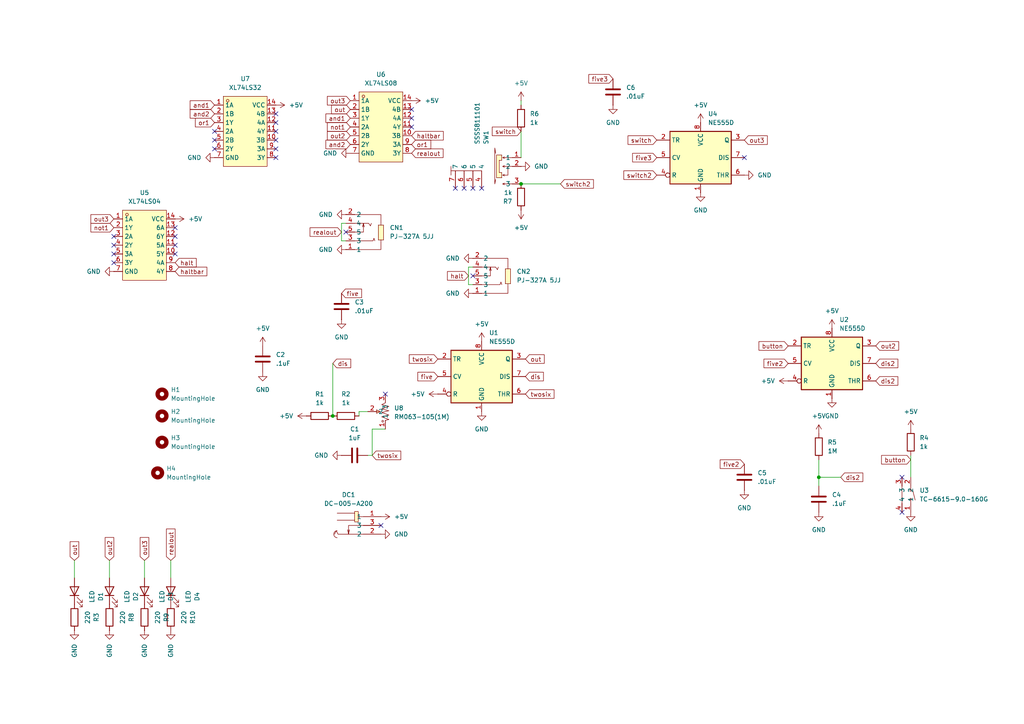
<source format=kicad_sch>
(kicad_sch (version 20250114) (generator "eeschema") (generator_version "9.0")
  (paper "A4")
  (lib_symbols
    (symbol "Device:C" (pin_numbers (hide yes)) (pin_names (offset 0.254))
      (property "Reference" "C" (at 0.635 2.54 0))
      (property "Value" "C" (at 0.635 -2.54 0))
      (symbol "C_0_1"
        (polyline (pts (xy -2.032 0.762) (xy 2.032 0.762)) (stroke (width 0.508)))
        (polyline (pts (xy -2.032 -0.762) (xy 2.032 -0.762)) (stroke (width 0.508)))
      )
      (symbol "C_1_1"
        (pin passive line (at 0 3.81 270) (length 2.794) (name "~") (number "1"))
        (pin passive line (at 0 -3.81 90) (length 2.794) (name "~") (number "2"))
      )
    )
    (symbol "Device:LED" (pin_numbers (hide yes)) (pin_names (offset 1.016) (hide yes))
      (property "Reference" "D" (at 0 2.54 0))
      (property "Value" "LED" (at 0 -2.54 0))
      (symbol "LED_0_1"
        (polyline (pts (xy -3.048 -0.762) (xy -4.572 -2.286) (xy -3.81 -2.286) (xy -4.572 -2.286) (xy -4.572 -1.524)))
        (polyline (pts (xy -1.778 -0.762) (xy -3.302 -2.286) (xy -2.54 -2.286) (xy -3.302 -2.286) (xy -3.302 -1.524)))
        (polyline (pts (xy -1.27 0) (xy 1.27 0)))
        (polyline (pts (xy -1.27 -1.27) (xy -1.27 1.27)) (stroke (width 0.254)))
        (polyline (pts (xy 1.27 -1.27) (xy 1.27 1.27) (xy -1.27 0) (xy 1.27 -1.27)) (stroke (width 0.254)))
      )
      (symbol "LED_1_1"
        (pin passive line (at -3.81 0 0) (length 2.54) (name "K") (number "1"))
        (pin passive line (at 3.81 0 180) (length 2.54) (name "A") (number "2"))
      )
    )
    (symbol "Device:R" (pin_numbers (hide yes)) (pin_names (offset 0))
      (property "Reference" "R" (at 2.032 0 90))
      (property "Value" "R" (at 0 0 90))
      (symbol "R_0_1"
        (rectangle (start -1.016 -2.54) (end 1.016 2.54) (stroke (width 0.254)))
      )
      (symbol "R_1_1"
        (pin passive line (at 0 3.81 270) (length 1.27) (name "~") (number "1"))
        (pin passive line (at 0 -3.81 90) (length 1.27) (name "~") (number "2"))
      )
    )
    (symbol "Mechanical:MountingHole" (pin_names (offset 1.016)) (in_bom no)
      (property "Reference" "H" (at 0 5.08 0))
      (property "Value" "MountingHole" (at 0 3.175 0))
      (symbol "MountingHole_0_1"
        (circle (center 0 0) (radius 1.27) (stroke (width 1.27)))
      )
    )
    (symbol "Timer:NE555D"
      (property "Reference" "U" (at -10.16 8.89 0))
      (property "Value" "NE555D" (at 2.54 8.89 0))
      (symbol "NE555D_0_0"
        (pin power_in line (at 0 10.16 270) (length 2.54) (name "VCC") (number "8"))
        (pin power_in line (at 0 -10.16 90) (length 2.54) (name "GND") (number "1"))
      )
      (symbol "NE555D_0_1"
        (rectangle (start -8.89 -7.62) (end 8.89 7.62) (stroke (width 0.254)) (fill (type background)))
        (rectangle (start -8.89 -7.62) (end 8.89 7.62) (stroke (width 0.254)) (fill (type background)))
      )
      (symbol "NE555D_1_1"
        (pin input line (at -12.7 5.08 0) (length 3.81) (name "TR") (number "2"))
        (pin input line (at -12.7 0 0) (length 3.81) (name "CV") (number "5"))
        (pin input inverted (at -12.7 -5.08 0) (length 3.81) (name "R") (number "4"))
        (pin output line (at 12.7 5.08 180) (length 3.81) (name "Q") (number "3"))
        (pin input line (at 12.7 0 180) (length 3.81) (name "DIS") (number "7"))
        (pin input line (at 12.7 -5.08 180) (length 3.81) (name "THR") (number "6"))
      )
    )
    (symbol "easyeda2kicad:DC-005-A200"
      (property "Reference" "DC" (at 0 7.62 0))
      (property "Value" "DC-005-A200" (at 0 -7.62 0))
      (symbol "DC-005-A200_0_1"
        (arc (start -7.62 -3.56) (mid -8.6021 -2.54) (end -7.62 -1.52))
        (polyline (pts (xy -4.32 -2.54) (xy -4.06 -1.27)))
        (rectangle (start -2.54 4.06) (end -1.52 1.02) (fill (type background)))
        (polyline (pts (xy -2.54 3.56) (xy -7.62 3.56)))
        (polyline (pts (xy -2.54 1.52) (xy -7.62 1.52)))
        (polyline (pts (xy 0 2.54) (xy -1.52 2.54)))
        (polyline (pts (xy 0 0) (xy -4.32 0) (xy -4.32 -2.54) (xy -4.57 -1.27)))
        (polyline (pts (xy 0 -2.54) (xy -7.37 -2.54) (xy -7.87 -1.52) (xy -8.38 -2.54)))
        (pin unspecified line (at 5.08 2.54 180) (length 5.08) (name "1") (number "1"))
        (pin unspecified line (at 5.08 0 180) (length 5.08) (name "3") (number "3"))
        (pin unspecified line (at 5.08 -2.54 180) (length 5.08) (name "2") (number "2"))
      )
    )
    (symbol "easyeda2kicad:PJ-327A5JJ"
      (property "Reference" "CN" (at 0 10.16 0))
      (property "Value" "PJ-327A 5JJ" (at 0 -10.16 0))
      (symbol "PJ-327A5JJ_0_1"
        (rectangle (start -5.84 2.29) (end -4.32 -2.03) (fill (type background)))
        (polyline (pts (xy -5.08 2.29) (xy -5.08 5.08) (xy 2.54 5.08)))
        (polyline (pts (xy 0 -2.54) (xy -0.25 -1.52)))
        (polyline (pts (xy 2.54 2.54) (xy -2.79 2.54) (xy -3.05 1.78) (xy -3.3 2.54)))
        (polyline (pts (xy 2.54 0) (xy 0 0) (xy 0 -2.54) (xy 0.25 -1.52)))
        (polyline (pts (xy 2.54 -2.54) (xy -1.52 -2.54) (xy -2.03 -1.78) (xy -2.29 -2.54)))
        (polyline (pts (xy 2.54 -5.08) (xy -5.08 -5.08) (xy -5.08 -3.81) (xy -5.08 -2.03)))
        (pin unspecified line (at 5.08 5.08 180) (length 2.54) (name "1") (number "1"))
        (pin unspecified line (at 5.08 2.54 180) (length 2.54) (name "3") (number "3"))
        (pin unspecified line (at 5.08 0 180) (length 2.54) (name "5") (number "5"))
        (pin unspecified line (at 5.08 -2.54 180) (length 2.54) (name "4") (number "4"))
        (pin unspecified line (at 5.08 -5.08 180) (length 2.54) (name "2") (number "2"))
      )
    )
    (symbol "easyeda2kicad:RM063-105(1M)"
      (property "Reference" "U" (at 0 10.16 0))
      (property "Value" "RM063-105(1M)" (at 0 -5.08 0))
      (symbol "RM063-105(1M)_0_1"
        (circle (center -2.79 0.76) (radius 0.25))
        (polyline (pts (xy -2.29 -1.02) (xy -2.54 0)))
        (polyline (pts (xy -1.52 1.02) (xy -2.29 -1.02)))
        (polyline (pts (xy -1.02 -1.02) (xy -1.52 1.02)))
        (polyline (pts (xy -0.25 1.02) (xy -1.02 -1.02)))
        (polyline (pts (xy 0 2.54) (xy 0 1.52)))
        (polyline (pts (xy 0.25 -1.02) (xy -0.25 1.02)))
        (polyline (pts (xy 0.51 2.54) (xy 0 1.52) (xy -0.51 2.54) (xy 0.51 2.54)) (fill (type background)))
        (polyline (pts (xy 0.76 1.02) (xy 0.25 -1.02)))
        (polyline (pts (xy 1.52 -1.02) (xy 0.76 1.02)))
        (polyline (pts (xy 2.03 1.02) (xy 1.52 -1.02)))
        (polyline (pts (xy 2.54 0) (xy 2.03 1.02)))
        (pin unspecified line (at -5.08 0 0) (length 2.54) (name "1") (number "1"))
        (pin unspecified line (at 0 5.08 270) (length 2.54) (name "2") (number "2"))
        (pin unspecified line (at 5.08 0 180) (length 2.54) (name "3") (number "3"))
      )
    )
    (symbol "easyeda2kicad:SSSS811101"
      (property "Reference" "SW" (at 0 8.89 0))
      (property "Value" "SSSS811101" (at 0 -20.32 0))
      (symbol "SSSS811101_0_1"
        (polyline (pts (xy -1.27 1.27) (xy -1.27 -1.27)))
        (polyline (pts (xy -1.27 -1.52) (xy -1.52 -1.02)))
        (polyline (pts (xy -1.27 -1.52) (xy -1.02 -1.02)))
        (polyline (pts (xy 1.27 1.27) (xy 1.27 -1.27)))
        (polyline (pts (xy 1.27 0) (xy 3.81 0) (xy 3.81 -1.27)))
        (polyline (pts (xy 1.27 -1.52) (xy 1.02 -1.02)))
        (polyline (pts (xy 1.27 -1.52) (xy 1.52 -1.02)))
        (polyline (pts (xy 1.27 -16.51) (xy 3.81 -16.51)))
        (polyline (pts (xy 2.54 -7.62) (xy 2.54 -16.51)))
        (polyline (pts (xy 3.81 -1.52) (xy 3.56 -1.02)))
        (polyline (pts (xy 3.81 -1.52) (xy 4.06 -1.02)))
        (polyline (pts (xy 4.57 -1.78) (xy 4.57 -3.3) (xy -2.03 -3.3) (xy -2.03 -1.78) (xy -0.51 -1.78) (xy -0.51 -2.54) (xy 3.05 -2.54) (xy 3.05 -1.78) (xy 4.57 -1.78)) (fill (type background)))
        (polyline (pts (xy 5.08 -3.56) (xy 6.35 -3.81) (xy -4.06 -3.81) (xy -2.54 -3.56)))
        (polyline (pts (xy 6.35 1.27) (xy 6.35 -1.27)))
        (polyline (pts (xy 6.35 -1.52) (xy 6.1 -1.02)))
        (polyline (pts (xy 6.35 -1.52) (xy 6.6 -1.02)))
        (pin unspecified line (at -1.27 3.81 270) (length 2.54) (name "1") (number "1"))
        (pin unspecified line (at 1.27 3.81 270) (length 2.54) (name "2") (number "2"))
        (pin unspecified line (at 6.35 3.81 270) (length 2.54) (name "3") (number "3"))
        (pin unspecified line (at 7.62 -7.62 180) (length 5.08) (name "4") (number "4"))
        (pin unspecified line (at 7.62 -10.16 180) (length 5.08) (name "5") (number "5"))
        (pin unspecified line (at 7.62 -12.7 180) (length 5.08) (name "6") (number "6"))
        (pin unspecified line (at 7.62 -15.24 180) (length 5.08) (name "7") (number "7"))
      )
    )
    (symbol "easyeda2kicad:TC-6615-9.0-160G"
      (property "Reference" "U" (at 0 5.08 0))
      (property "Value" "TC-6615-9.0-160G" (at 0 -7.62 0))
      (symbol "TC-6615-9.0-160G_0_1"
        (polyline (pts (xy -2.54 0) (xy -1.52 0)))
        (polyline (pts (xy -2.54 -2.54) (xy 2.54 -2.54)))
        (polyline (pts (xy -1.52 0.51) (xy 1.52 1.27)))
        (circle (center -1.27 0) (radius 0.25))
        (circle (center 1.27 0) (radius 0.25))
        (polyline (pts (xy 2.54 0) (xy 1.52 0)))
        (pin unspecified line (at -5.08 0 0) (length 2.54) (name "2") (number "2"))
        (pin unspecified line (at -5.08 -2.54 0) (length 2.54) (name "3") (number "3"))
        (pin unspecified line (at 5.08 0 180) (length 2.54) (name "1") (number "1"))
        (pin unspecified line (at 5.08 -2.54 180) (length 2.54) (name "4") (number "4"))
      )
    )
    (symbol "easyeda2kicad:XL74LS04"
      (property "Reference" "U" (at 0 12.7 0))
      (property "Value" "XL74LS04" (at 0 -12.7 0))
      (symbol "XL74LS04_0_1"
        (rectangle (start -6.35 10.16) (end 6.35 -10.16) (fill (type background)))
        (circle (center -5.08 8.89) (radius 0.38))
        (pin unspecified line (at -8.89 7.62 0) (length 2.54) (name "1A") (number "1"))
        (pin unspecified line (at -8.89 5.08 0) (length 2.54) (name "1Y") (number "2"))
        (pin unspecified line (at -8.89 2.54 0) (length 2.54) (name "2A") (number "3"))
        (pin unspecified line (at -8.89 0 0) (length 2.54) (name "2Y") (number "4"))
        (pin unspecified line (at -8.89 -2.54 0) (length 2.54) (name "3A") (number "5"))
        (pin unspecified line (at -8.89 -5.08 0) (length 2.54) (name "3Y") (number "6"))
        (pin unspecified line (at -8.89 -7.62 0) (length 2.54) (name "GND") (number "7"))
        (pin unspecified line (at 8.89 7.62 180) (length 2.54) (name "VCC") (number "14"))
        (pin unspecified line (at 8.89 5.08 180) (length 2.54) (name "6A") (number "13"))
        (pin unspecified line (at 8.89 2.54 180) (length 2.54) (name "6Y") (number "12"))
        (pin unspecified line (at 8.89 0 180) (length 2.54) (name "5A") (number "11"))
        (pin unspecified line (at 8.89 -2.54 180) (length 2.54) (name "5Y") (number "10"))
        (pin unspecified line (at 8.89 -5.08 180) (length 2.54) (name "4A") (number "9"))
        (pin unspecified line (at 8.89 -7.62 180) (length 2.54) (name "4Y") (number "8"))
      )
    )
    (symbol "easyeda2kicad:XL74LS08"
      (property "Reference" "U" (at 0 12.7 0))
      (property "Value" "XL74LS08" (at 0 -12.7 0))
      (symbol "XL74LS08_0_1"
        (rectangle (start -6.35 10.16) (end 6.35 -10.16) (fill (type background)))
        (circle (center -5.08 8.89) (radius 0.38))
        (pin unspecified line (at -8.89 7.62 0) (length 2.54) (name "1A") (number "1"))
        (pin unspecified line (at -8.89 5.08 0) (length 2.54) (name "1B") (number "2"))
        (pin unspecified line (at -8.89 2.54 0) (length 2.54) (name "1Y") (number "3"))
        (pin unspecified line (at -8.89 0 0) (length 2.54) (name "2A") (number "4"))
        (pin unspecified line (at -8.89 -2.54 0) (length 2.54) (name "2B") (number "5"))
        (pin unspecified line (at -8.89 -5.08 0) (length 2.54) (name "2Y") (number "6"))
        (pin unspecified line (at -8.89 -7.62 0) (length 2.54) (name "GND") (number "7"))
        (pin unspecified line (at 8.89 7.62 180) (length 2.54) (name "VCC") (number "14"))
        (pin unspecified line (at 8.89 5.08 180) (length 2.54) (name "4B") (number "13"))
        (pin unspecified line (at 8.89 2.54 180) (length 2.54) (name "4A") (number "12"))
        (pin unspecified line (at 8.89 0 180) (length 2.54) (name "4Y") (number "11"))
        (pin unspecified line (at 8.89 -2.54 180) (length 2.54) (name "3B") (number "10"))
        (pin unspecified line (at 8.89 -5.08 180) (length 2.54) (name "3A") (number "9"))
        (pin unspecified line (at 8.89 -7.62 180) (length 2.54) (name "3Y") (number "8"))
      )
    )
    (symbol "easyeda2kicad:XL74LS32"
      (property "Reference" "U" (at 0 12.7 0))
      (property "Value" "XL74LS32" (at 0 -12.7 0))
      (symbol "XL74LS32_0_1"
        (rectangle (start -6.35 10.16) (end 6.35 -10.16) (fill (type background)))
        (circle (center -5.08 8.89) (radius 0.38))
        (pin unspecified line (at -8.89 7.62 0) (length 2.54) (name "1A") (number "1"))
        (pin unspecified line (at -8.89 5.08 0) (length 2.54) (name "1B") (number "2"))
        (pin unspecified line (at -8.89 2.54 0) (length 2.54) (name "1Y") (number "3"))
        (pin unspecified line (at -8.89 0 0) (length 2.54) (name "2A") (number "4"))
        (pin unspecified line (at -8.89 -2.54 0) (length 2.54) (name "2B") (number "5"))
        (pin unspecified line (at -8.89 -5.08 0) (length 2.54) (name "2Y") (number "6"))
        (pin unspecified line (at -8.89 -7.62 0) (length 2.54) (name "GND") (number "7"))
        (pin unspecified line (at 8.89 7.62 180) (length 2.54) (name "VCC") (number "14"))
        (pin unspecified line (at 8.89 5.08 180) (length 2.54) (name "4B") (number "13"))
        (pin unspecified line (at 8.89 2.54 180) (length 2.54) (name "4A") (number "12"))
        (pin unspecified line (at 8.89 0 180) (length 2.54) (name "4Y") (number "11"))
        (pin unspecified line (at 8.89 -2.54 180) (length 2.54) (name "3B") (number "10"))
        (pin unspecified line (at 8.89 -5.08 180) (length 2.54) (name "3A") (number "9"))
        (pin unspecified line (at 8.89 -7.62 180) (length 2.54) (name "3Y") (number "8"))
      )
    )
    (symbol "power:+5V" (power) (pin_numbers (hide yes)) (pin_names (offset 0) (hide yes))
      (property "Value" "+5V" (at 0 3.556 0))
      (symbol "+5V_0_1"
        (polyline (pts (xy -0.762 1.27) (xy 0 2.54)))
        (polyline (pts (xy 0 2.54) (xy 0.762 1.27)))
        (polyline (pts (xy 0 0) (xy 0 2.54)))
      )
      (symbol "+5V_1_1"
        (pin power_in line (at 0 0 90) (length 0) (name "~") (number "1"))
      )
    )
    (symbol "power:GND" (power) (pin_numbers (hide yes)) (pin_names (offset 0) (hide yes))
      (property "Value" "GND" (at 0 -3.81 0))
      (symbol "GND_0_1"
        (polyline (pts (xy 0 0) (xy 0 -1.27) (xy 1.27 -1.27) (xy 0 -2.54) (xy -1.27 -1.27) (xy 0 -1.27)))
      )
      (symbol "GND_1_1"
        (pin power_in line (at 0 0 270) (length 0) (name "~") (number "1"))
      )
    )
  )
  (junction (at 96.52 120.65))
  (junction (at 237.49 138.43))
  (junction (at 151.13 53.34))
  (no_connect (at 139.7 54.61))
  (no_connect (at 62.23 38.1))
  (no_connect (at 50.8 71.12))
  (no_connect (at 50.8 68.58))
  (no_connect (at 137.16 80.01))
  (no_connect (at 119.38 36.83))
  (no_connect (at 80.01 35.56))
  (no_connect (at 134.62 54.61))
  (no_connect (at 33.02 73.66))
  (no_connect (at 80.01 45.72))
  (no_connect (at 137.16 54.61))
  (no_connect (at 80.01 40.64))
  (no_connect (at 111.76 114.3))
  (no_connect (at 110.49 152.4))
  (no_connect (at 119.38 31.75))
  (no_connect (at 62.23 40.64))
  (no_connect (at 62.23 43.18))
  (no_connect (at 100.33 67.31))
  (no_connect (at 80.01 43.18))
  (no_connect (at 261.62 138.43))
  (no_connect (at 132.08 54.61))
  (no_connect (at 33.02 76.2))
  (no_connect (at 33.02 71.12))
  (no_connect (at 33.02 68.58))
  (no_connect (at 119.38 34.29))
  (no_connect (at 50.8 73.66))
  (no_connect (at 261.62 148.59))
  (no_connect (at 50.8 66.04))
  (no_connect (at 80.01 38.1))
  (no_connect (at 215.9 45.72))
  (no_connect (at 80.01 33.02))
  (wire (pts (xy 135.89 82.55) (xy 135.89 77.47)))
  (wire (pts (xy 99.06 64.77) (xy 100.33 64.77)))
  (wire (pts (xy 99.06 69.85) (xy 99.06 64.77)))
  (wire (pts (xy 151.13 38.1) (xy 151.13 45.72)))
  (wire (pts (xy 104.14 119.38) (xy 106.68 119.38)))
  (wire (pts (xy 137.16 82.55) (xy 135.89 82.55)))
  (wire (pts (xy 107.95 124.46) (xy 107.95 132.08)))
  (wire (pts (xy 107.95 132.08) (xy 106.68 132.08)))
  (wire (pts (xy 96.52 105.41) (xy 96.52 120.65)))
  (wire (pts (xy 135.89 77.47) (xy 137.16 77.47)))
  (wire (pts (xy 237.49 138.43) (xy 243.84 138.43)))
  (wire (pts (xy 151.13 30.48) (xy 151.13 29.21)))
  (wire (pts (xy 237.49 138.43) (xy 237.49 133.35)))
  (wire (pts (xy 21.59 162.56) (xy 21.59 167.64)))
  (wire (pts (xy 100.33 69.85) (xy 99.06 69.85)))
  (wire (pts (xy 49.53 162.56) (xy 49.53 167.64)))
  (wire (pts (xy 162.56 53.34) (xy 151.13 53.34)))
  (wire (pts (xy 104.14 119.38) (xy 104.14 120.65)))
  (wire (pts (xy 264.16 132.08) (xy 264.16 138.43)))
  (wire (pts (xy 31.75 162.56) (xy 31.75 167.64)))
  (wire (pts (xy 107.95 124.46) (xy 111.76 124.46)))
  (wire (pts (xy 237.49 140.97) (xy 237.49 138.43)))
  (wire (pts (xy 41.91 162.56) (xy 41.91 167.64)))
  (global_label "out" (shape input) (at 152.4 104.14 0) (property "Intersheetrefs" "${INTERSHEET_REFS}" (effects (hide yes))))
  (global_label "five3" (shape input) (at 190.5 45.72 180) (property "Intersheetrefs" "${INTERSHEET_REFS}" (effects (hide yes))))
  (global_label "halt" (shape input) (at 50.8 76.2 0) (property "Intersheetrefs" "${INTERSHEET_REFS}" (effects (hide yes))))
  (global_label "switch2" (shape input) (at 190.5 50.8 180) (property "Intersheetrefs" "${INTERSHEET_REFS}" (effects (hide yes))))
  (global_label "or1" (shape input) (at 119.38 41.91 0) (property "Intersheetrefs" "${INTERSHEET_REFS}" (effects (hide yes))))
  (global_label "five" (shape input) (at 99.06 85.09 0) (property "Intersheetrefs" "${INTERSHEET_REFS}" (effects (hide yes))))
  (global_label "halt" (shape input) (at 135.89 80.01 180) (property "Intersheetrefs" "${INTERSHEET_REFS}" (effects (hide yes))))
  (global_label "realout" (shape input) (at 49.53 162.56 90) (property "Intersheetrefs" "${INTERSHEET_REFS}" (effects (hide yes))))
  (global_label "out" (shape input) (at 101.6 31.75 180) (property "Intersheetrefs" "${INTERSHEET_REFS}" (effects (hide yes))))
  (global_label "and1" (shape input) (at 101.6 34.29 180) (property "Intersheetrefs" "${INTERSHEET_REFS}" (effects (hide yes))))
  (global_label "twosix" (shape input) (at 107.95 132.08 0) (property "Intersheetrefs" "${INTERSHEET_REFS}" (effects (hide yes))))
  (global_label "out3" (shape input) (at 41.91 162.56 90) (property "Intersheetrefs" "${INTERSHEET_REFS}" (effects (hide yes))))
  (global_label "five2" (shape input) (at 228.6 105.41 180) (property "Intersheetrefs" "${INTERSHEET_REFS}" (effects (hide yes))))
  (global_label "five2" (shape input) (at 215.9 134.62 180) (property "Intersheetrefs" "${INTERSHEET_REFS}" (effects (hide yes))))
  (global_label "five" (shape input) (at 127 109.22 180) (property "Intersheetrefs" "${INTERSHEET_REFS}" (effects (hide yes))))
  (global_label "haltbar" (shape input) (at 50.8 78.74 0) (property "Intersheetrefs" "${INTERSHEET_REFS}" (effects (hide yes))))
  (global_label "out2" (shape input) (at 31.75 162.56 90) (property "Intersheetrefs" "${INTERSHEET_REFS}" (effects (hide yes))))
  (global_label "twosix" (shape input) (at 127 104.14 180) (property "Intersheetrefs" "${INTERSHEET_REFS}" (effects (hide yes))))
  (global_label "out3" (shape input) (at 215.9 40.64 0) (property "Intersheetrefs" "${INTERSHEET_REFS}" (effects (hide yes))))
  (global_label "out2" (shape input) (at 101.6 39.37 180) (property "Intersheetrefs" "${INTERSHEET_REFS}" (effects (hide yes))))
  (global_label "out3" (shape input) (at 33.02 63.5 180) (property "Intersheetrefs" "${INTERSHEET_REFS}" (effects (hide yes))))
  (global_label "haltbar" (shape input) (at 119.38 39.37 0) (property "Intersheetrefs" "${INTERSHEET_REFS}" (effects (hide yes))))
  (global_label "realout" (shape input) (at 99.06 67.31 180) (property "Intersheetrefs" "${INTERSHEET_REFS}" (effects (hide yes))))
  (global_label "switch2" (shape input) (at 162.56 53.34 0) (property "Intersheetrefs" "${INTERSHEET_REFS}" (effects (hide yes))))
  (global_label "dis2" (shape input) (at 254 105.41 0) (property "Intersheetrefs" "${INTERSHEET_REFS}" (effects (hide yes))))
  (global_label "switch" (shape input) (at 151.13 38.1 180) (property "Intersheetrefs" "${INTERSHEET_REFS}" (effects (hide yes))))
  (global_label "dis2" (shape input) (at 254 110.49 0) (property "Intersheetrefs" "${INTERSHEET_REFS}" (effects (hide yes))))
  (global_label "realout" (shape input) (at 119.38 44.45 0) (property "Intersheetrefs" "${INTERSHEET_REFS}" (effects (hide yes))))
  (global_label "or1" (shape input) (at 62.23 35.56 180) (property "Intersheetrefs" "${INTERSHEET_REFS}" (effects (hide yes))))
  (global_label "dis2" (shape input) (at 243.84 138.43 0) (property "Intersheetrefs" "${INTERSHEET_REFS}" (effects (hide yes))))
  (global_label "and2" (shape input) (at 62.23 33.02 180) (property "Intersheetrefs" "${INTERSHEET_REFS}" (effects (hide yes))))
  (global_label "out" (shape input) (at 21.59 162.56 90) (property "Intersheetrefs" "${INTERSHEET_REFS}" (effects (hide yes))))
  (global_label "out2" (shape input) (at 254 100.33 0) (property "Intersheetrefs" "${INTERSHEET_REFS}" (effects (hide yes))))
  (global_label "dis" (shape input) (at 96.52 105.41 0) (property "Intersheetrefs" "${INTERSHEET_REFS}" (effects (hide yes))))
  (global_label "not1" (shape input) (at 33.02 66.04 180) (property "Intersheetrefs" "${INTERSHEET_REFS}" (effects (hide yes))))
  (global_label "not1" (shape input) (at 101.6 36.83 180) (property "Intersheetrefs" "${INTERSHEET_REFS}" (effects (hide yes))))
  (global_label "button" (shape input) (at 228.6 100.33 180) (property "Intersheetrefs" "${INTERSHEET_REFS}" (effects (hide yes))))
  (global_label "button" (shape input) (at 264.16 133.35 180) (property "Intersheetrefs" "${INTERSHEET_REFS}" (effects (hide yes))))
  (global_label "and1" (shape input) (at 62.23 30.48 180) (property "Intersheetrefs" "${INTERSHEET_REFS}" (effects (hide yes))))
  (global_label "five3" (shape input) (at 177.8 22.86 180) (property "Intersheetrefs" "${INTERSHEET_REFS}" (effects (hide yes))))
  (global_label "dis" (shape input) (at 152.4 109.22 0) (property "Intersheetrefs" "${INTERSHEET_REFS}" (effects (hide yes))))
  (global_label "twosix" (shape input) (at 152.4 114.3 0) (property "Intersheetrefs" "${INTERSHEET_REFS}" (effects (hide yes))))
  (global_label "and2" (shape input) (at 101.6 41.91 180) (property "Intersheetrefs" "${INTERSHEET_REFS}" (effects (hide yes))))
  (global_label "out3" (shape input) (at 101.6 29.21 180) (property "Intersheetrefs" "${INTERSHEET_REFS}" (effects (hide yes))))
  (global_label "switch" (shape input) (at 190.5 40.64 180) (property "Intersheetrefs" "${INTERSHEET_REFS}" (effects (hide yes))))
  (symbol (lib_id "power:GND") (at 137.16 74.93 270) (unit 1)
    (property "Reference" "#PWR038" (effects (hide yes)))
    (property "Value" "GND" (at 133.35 74.9299 90) (effects (justify right)))
    (property "Description" "Power symbol creates a global label with name \"GND\" , ground" (effects (hide yes)))
  )
  (symbol (lib_id "power:GND") (at 100.33 62.23 270) (unit 1)
    (property "Reference" "#PWR037" (effects (hide yes)))
    (property "Value" "GND" (at 96.52 62.2299 90) (effects (justify right)))
    (property "Description" "Power symbol creates a global label with name \"GND\" , ground" (effects (hide yes)))
  )
  (symbol (lib_id "power:+5V") (at 264.16 124.46 0) (unit 1)
    (property "Reference" "#PWR014" (effects (hide yes)))
    (property "Value" "+5V" (at 264.16 119.38 0))
    (property "Description" "Power symbol creates a global label with name \"+5V\"" (effects (hide yes)))
  )
  (symbol (lib_id "Device:C") (at 99.06 88.9 0) (unit 1)
    (property "Reference" "C3" (at 102.87 87.6299 0) (effects (justify left)))
    (property "Value" ".01uF" (at 102.87 90.1699 0) (effects (justify left)))
    (property "Footprint" "Capacitor_SMD:C_0805_2012Metric_Pad1.18x1.45mm_HandSolder" (effects (hide yes)))
    (property "Description" "Unpolarized capacitor" (effects (hide yes)))
  )
  (symbol (lib_id "power:GND") (at 215.9 142.24 0) (unit 1)
    (property "Reference" "#PWR018" (effects (hide yes)))
    (property "Value" "GND" (at 215.9 147.32 0))
    (property "Description" "Power symbol creates a global label with name \"GND\" , ground" (effects (hide yes)))
  )
  (symbol (lib_id "power:+5V") (at 151.13 29.21 0) (unit 1)
    (property "Reference" "#PWR024" (effects (hide yes)))
    (property "Value" "+5V" (at 151.13 24.13 0))
    (property "Description" "Power symbol creates a global label with name \"+5V\"" (effects (hide yes)))
  )
  (symbol (lib_id "power:GND") (at 177.8 30.48 0) (unit 1)
    (property "Reference" "#PWR022" (effects (hide yes)))
    (property "Value" "GND" (at 177.8 35.56 0))
    (property "Description" "Power symbol creates a global label with name \"GND\" , ground" (effects (hide yes)))
  )
  (symbol (lib_id "power:GND") (at 41.91 182.88 0) (unit 1)
    (property "Reference" "#PWR028" (effects (hide yes)))
    (property "Value" "GND" (at 41.9101 186.69 90) (effects (justify right)))
    (property "Description" "Power symbol creates a global label with name \"GND\" , ground" (effects (hide yes)))
  )
  (symbol (lib_id "Device:LED") (at 41.91 171.45 90) (unit 1)
    (property "Reference" "D3" (at 49.53 173.0375 0))
    (property "Value" "LED" (at 46.99 173.0375 0))
    (property "Footprint" "LED_THT:LED_D5.0mm" (effects (hide yes)))
    (property "Description" "Light emitting diode" (effects (hide yes)))
    (property "Sim.Pins" "1=K 2=A" (effects (hide yes)))
  )
  (symbol (lib_id "power:GND") (at 110.49 154.94 90) (unit 1)
    (property "Reference" "#PWR011" (effects (hide yes)))
    (property "Value" "GND" (at 114.3 154.9399 90) (effects (justify right)))
    (property "Description" "Power symbol creates a global label with name \"GND\" , ground" (effects (hide yes)))
  )
  (symbol (lib_id "Device:R") (at 49.53 179.07 180) (unit 1)
    (property "Reference" "R10" (at 55.88 179.07 90))
    (property "Value" "220" (at 53.34 179.07 90))
    (property "Footprint" "Resistor_SMD:R_0805_2012Metric_Pad1.20x1.40mm_HandSolder" (effects (hide yes)))
    (property "Description" "Resistor" (effects (hide yes)))
  )
  (symbol (lib_id "Device:R") (at 21.59 179.07 180) (unit 1)
    (property "Reference" "R3" (at 27.94 179.07 90))
    (property "Value" "220" (at 25.4 179.07 90))
    (property "Footprint" "Resistor_SMD:R_0805_2012Metric_Pad1.20x1.40mm_HandSolder" (effects (hide yes)))
    (property "Description" "Resistor" (effects (hide yes)))
  )
  (symbol (lib_id "power:+5V") (at 241.3 95.25 0) (unit 1)
    (property "Reference" "#PWR012" (effects (hide yes)))
    (property "Value" "+5V" (at 241.3 90.17 0))
    (property "Description" "Power symbol creates a global label with name \"+5V\"" (effects (hide yes)))
  )
  (symbol (lib_id "Device:LED") (at 31.75 171.45 90) (unit 1)
    (property "Reference" "D2" (at 39.37 173.0375 0))
    (property "Value" "LED" (at 36.83 173.0375 0))
    (property "Footprint" "LED_THT:LED_D5.0mm" (effects (hide yes)))
    (property "Description" "Light emitting diode" (effects (hide yes)))
    (property "Sim.Pins" "1=K 2=A" (effects (hide yes)))
  )
  (symbol (lib_id "power:GND") (at 62.23 45.72 270) (unit 1)
    (property "Reference" "#PWR032" (effects (hide yes)))
    (property "Value" "GND" (at 58.42 45.7199 90) (effects (justify right)))
    (property "Description" "Power symbol creates a global label with name \"GND\" , ground" (effects (hide yes)))
  )
  (symbol (lib_id "power:GND") (at 215.9 50.8 90) (unit 1)
    (property "Reference" "#PWR023" (effects (hide yes)))
    (property "Value" "GND" (at 219.71 50.7999 90) (effects (justify right)))
    (property "Description" "Power symbol creates a global label with name \"GND\" , ground" (effects (hide yes)))
  )
  (symbol (lib_id "easyeda2kicad:DC-005-A200") (at 105.41 152.4 0) (unit 1)
    (property "Reference" "DC1" (at 101.1089 143.51 0))
    (property "Value" "DC-005-A200" (at 101.1089 146.05 0))
    (property "Footprint" "easyeda2kicad:DC-IN-TH_DC-005-A200" (effects (hide yes)))
    (property "LCSC Part" "C720557" (effects (hide yes)))
  )
  (symbol (lib_id "power:GND") (at 99.06 132.08 270) (unit 1)
    (property "Reference" "#PWR04" (effects (hide yes)))
    (property "Value" "GND" (at 95.25 132.0799 90) (effects (justify right)))
    (property "Description" "Power symbol creates a global label with name \"GND\" , ground" (effects (hide yes)))
  )
  (symbol (lib_id "Mechanical:MountingHole") (at 46.99 128.27 0) (unit 1) (in_bom no)
    (property "Reference" "H3" (at 49.53 126.9999 0) (effects (justify left)))
    (property "Value" "MountingHole" (at 49.53 129.5399 0) (effects (justify left)))
    (property "Footprint" "MountingHole:MountingHole_3.2mm_M3" (effects (hide yes)))
    (property "Description" "Mounting Hole without connection" (effects (hide yes)))
  )
  (symbol (lib_id "easyeda2kicad:PJ-327A5JJ") (at 105.41 67.31 180) (unit 1)
    (property "Reference" "CN1" (at 113.03 66.0399 0) (effects (justify right)))
    (property "Value" "PJ-327A 5JJ" (at 113.03 68.5799 0) (effects (justify right)))
    (property "Footprint" "easyeda2kicad:AUDIO-SMD_PJ-327A5JJ" (effects (hide yes)))
    (property "Datasheet" "https://lcsc.com/product-detail/Audio-Video-Connectors_SHOU-HAN-PJ-327A-5JJ_C668605.html" (effects (hide yes)))
    (property "LCSC Part" "C668605" (effects (hide yes)))
  )
  (symbol (lib_id "power:GND") (at 99.06 92.71 0) (unit 1)
    (property "Reference" "#PWR03" (effects (hide yes)))
    (property "Value" "GND" (at 99.06 97.79 0))
    (property "Description" "Power symbol creates a global label with name \"GND\" , ground" (effects (hide yes)))
  )
  (symbol (lib_id "Timer:NE555D") (at 203.2 45.72 0) (unit 1)
    (property "Reference" "U4" (at 205.3433 33.02 0) (effects (justify left)))
    (property "Value" "NE555D" (at 205.3433 35.56 0) (effects (justify left)))
    (property "Footprint" "Package_SO:SOIC-8_3.9x4.9mm_P1.27mm" (effects (hide yes)))
    (property "Datasheet" "http://www.ti.com/lit/ds/symlink/ne555.pdf" (effects (hide yes)))
    (property "Description" "Precision Timers, 555 compatible, SOIC-8" (effects (hide yes)))
  )
  (symbol (lib_id "Device:R") (at 151.13 57.15 180) (unit 1)
    (property "Reference" "R7" (at 148.59 58.4201 0) (effects (justify left)))
    (property "Value" "1k" (at 148.59 55.8801 0) (effects (justify left)))
    (property "Footprint" "Resistor_SMD:R_0805_2012Metric_Pad1.20x1.40mm_HandSolder" (effects (hide yes)))
    (property "Description" "Resistor" (effects (hide yes)))
  )
  (symbol (lib_id "Timer:NE555D") (at 139.7 109.22 0) (unit 1)
    (property "Reference" "U1" (at 141.8433 96.52 0) (effects (justify left)))
    (property "Value" "NE555D" (at 141.8433 99.06 0) (effects (justify left)))
    (property "Footprint" "Package_SO:SOIC-8_3.9x4.9mm_P1.27mm" (effects (hide yes)))
    (property "Datasheet" "http://www.ti.com/lit/ds/symlink/ne555.pdf" (effects (hide yes)))
    (property "Description" "Precision Timers, 555 compatible, SOIC-8" (effects (hide yes)))
  )
  (symbol (lib_id "power:GND") (at 137.16 85.09 270) (unit 1)
    (property "Reference" "#PWR039" (effects (hide yes)))
    (property "Value" "GND" (at 133.35 85.0899 90) (effects (justify right)))
    (property "Description" "Power symbol creates a global label with name \"GND\" , ground" (effects (hide yes)))
  )
  (symbol (lib_id "Device:R") (at 31.75 179.07 180) (unit 1)
    (property "Reference" "R8" (at 38.1 179.07 90))
    (property "Value" "220" (at 35.56 179.07 90))
    (property "Footprint" "Resistor_SMD:R_0805_2012Metric_Pad1.20x1.40mm_HandSolder" (effects (hide yes)))
    (property "Description" "Resistor" (effects (hide yes)))
  )
  (symbol (lib_id "easyeda2kicad:PJ-327A5JJ") (at 142.24 80.01 180) (unit 1)
    (property "Reference" "CN2" (at 149.86 78.7399 0) (effects (justify right)))
    (property "Value" "PJ-327A 5JJ" (at 149.86 81.2799 0) (effects (justify right)))
    (property "Footprint" "easyeda2kicad:AUDIO-SMD_PJ-327A5JJ" (effects (hide yes)))
    (property "Datasheet" "https://lcsc.com/product-detail/Audio-Video-Connectors_SHOU-HAN-PJ-327A-5JJ_C668605.html" (effects (hide yes)))
    (property "LCSC Part" "C668605" (effects (hide yes)))
  )
  (symbol (lib_id "Device:C") (at 76.2 104.14 0) (unit 1)
    (property "Reference" "C2" (at 80.01 102.8699 0) (effects (justify left)))
    (property "Value" ".1uF" (at 80.01 105.4099 0) (effects (justify left)))
    (property "Footprint" "Capacitor_SMD:C_0805_2012Metric_Pad1.18x1.45mm_HandSolder" (effects (hide yes)))
    (property "Description" "Unpolarized capacitor" (effects (hide yes)))
  )
  (symbol (lib_id "power:GND") (at 100.33 72.39 270) (unit 1)
    (property "Reference" "#PWR036" (effects (hide yes)))
    (property "Value" "GND" (at 96.52 72.3899 90) (effects (justify right)))
    (property "Description" "Power symbol creates a global label with name \"GND\" , ground" (effects (hide yes)))
  )
  (symbol (lib_id "Device:R") (at 264.16 128.27 0) (unit 1)
    (property "Reference" "R4" (at 266.7 126.9999 0) (effects (justify left)))
    (property "Value" "1k" (at 266.7 129.5399 0) (effects (justify left)))
    (property "Footprint" "Resistor_SMD:R_0805_2012Metric_Pad1.20x1.40mm_HandSolder" (effects (hide yes)))
    (property "Description" "Resistor" (effects (hide yes)))
  )
  (symbol (lib_id "Device:R") (at 100.33 120.65 90) (unit 1)
    (property "Reference" "R2" (at 100.33 114.3 90))
    (property "Value" "1k" (at 100.33 116.84 90))
    (property "Footprint" "Resistor_SMD:R_0805_2012Metric_Pad1.20x1.40mm_HandSolder" (effects (hide yes)))
    (property "Description" "Resistor" (effects (hide yes)))
  )
  (symbol (lib_id "power:+5V") (at 139.7 99.06 0) (unit 1)
    (property "Reference" "#PWR01" (effects (hide yes)))
    (property "Value" "+5V" (at 139.7 93.98 0))
    (property "Description" "Power symbol creates a global label with name \"+5V\"" (effects (hide yes)))
  )
  (symbol (lib_id "power:GND") (at 151.13 48.26 90) (unit 1)
    (property "Reference" "#PWR025" (effects (hide yes)))
    (property "Value" "GND" (at 154.94 48.2599 90) (effects (justify right)))
    (property "Description" "Power symbol creates a global label with name \"GND\" , ground" (effects (hide yes)))
  )
  (symbol (lib_id "power:GND") (at 203.2 55.88 0) (unit 1)
    (property "Reference" "#PWR021" (effects (hide yes)))
    (property "Value" "GND" (at 203.2 60.96 0))
    (property "Description" "Power symbol creates a global label with name \"GND\" , ground" (effects (hide yes)))
  )
  (symbol (lib_id "power:GND") (at 49.53 182.88 0) (unit 1)
    (property "Reference" "#PWR035" (effects (hide yes)))
    (property "Value" "GND" (at 49.5301 186.69 90) (effects (justify right)))
    (property "Description" "Power symbol creates a global label with name \"GND\" , ground" (effects (hide yes)))
  )
  (symbol (lib_id "Device:C") (at 215.9 138.43 0) (unit 1)
    (property "Reference" "C5" (at 219.71 137.1599 0) (effects (justify left)))
    (property "Value" ".01uF" (at 219.71 139.6999 0) (effects (justify left)))
    (property "Footprint" "Capacitor_SMD:C_0805_2012Metric_Pad1.18x1.45mm_HandSolder" (effects (hide yes)))
    (property "Description" "Unpolarized capacitor" (effects (hide yes)))
  )
  (symbol (lib_id "easyeda2kicad:XL74LS32") (at 71.12 38.1 0) (unit 1)
    (property "Reference" "U7" (at 71.12 22.86 0))
    (property "Value" "XL74LS32" (at 71.12 25.4 0))
    (property "Footprint" "easyeda2kicad:SOP-14_L8.6-W3.9-P1.27-LS6.0-BL" (effects (hide yes)))
    (property "LCSC Part" "C521171" (effects (hide yes)))
  )
  (symbol (lib_id "power:+5V") (at 80.01 30.48 270) (unit 1)
    (property "Reference" "#PWR031" (effects (hide yes)))
    (property "Value" "+5V" (at 83.82 30.4799 90) (effects (justify left)))
    (property "Description" "Power symbol creates a global label with name \"+5V\"" (effects (hide yes)))
  )
  (symbol (lib_id "power:GND") (at 76.2 107.95 0) (unit 1)
    (property "Reference" "#PWR07" (effects (hide yes)))
    (property "Value" "GND" (at 76.2 113.03 0))
    (property "Description" "Power symbol creates a global label with name \"GND\" , ground" (effects (hide yes)))
  )
  (symbol (lib_id "Device:R") (at 237.49 129.54 180) (unit 1)
    (property "Reference" "R5" (at 240.03 128.2699 0) (effects (justify right)))
    (property "Value" "1M" (at 240.03 130.8099 0) (effects (justify right)))
    (property "Footprint" "Resistor_SMD:R_0805_2012Metric_Pad1.20x1.40mm_HandSolder" (effects (hide yes)))
    (property "Description" "Resistor" (effects (hide yes)))
  )
  (symbol (lib_id "power:+5V") (at 151.13 60.96 180) (unit 1)
    (property "Reference" "#PWR026" (effects (hide yes)))
    (property "Value" "+5V" (at 151.13 66.04 0))
    (property "Description" "Power symbol creates a global label with name \"+5V\"" (effects (hide yes)))
  )
  (symbol (lib_id "Mechanical:MountingHole") (at 45.72 137.16 0) (unit 1) (in_bom no)
    (property "Reference" "H4" (at 48.26 135.8899 0) (effects (justify left)))
    (property "Value" "MountingHole" (at 48.26 138.4299 0) (effects (justify left)))
    (property "Footprint" "MountingHole:MountingHole_3.2mm_M3" (effects (hide yes)))
    (property "Description" "Mounting Hole without connection" (effects (hide yes)))
  )
  (symbol (lib_id "power:+5V") (at 88.9 120.65 90) (unit 1)
    (property "Reference" "#PWR05" (effects (hide yes)))
    (property "Value" "+5V" (at 85.09 120.6499 90) (effects (justify left)))
    (property "Description" "Power symbol creates a global label with name \"+5V\"" (effects (hide yes)))
  )
  (symbol (lib_id "power:+5V") (at 237.49 125.73 0) (unit 1)
    (property "Reference" "#PWR016" (effects (hide yes)))
    (property "Value" "+5V" (at 237.49 120.65 0))
    (property "Description" "Power symbol creates a global label with name \"+5V\"" (effects (hide yes)))
  )
  (symbol (lib_id "Device:LED") (at 49.53 171.45 90) (unit 1)
    (property "Reference" "D4" (at 57.15 173.0375 0))
    (property "Value" "LED" (at 54.61 173.0375 0))
    (property "Footprint" "LED_THT:LED_D5.0mm" (effects (hide yes)))
    (property "Description" "Light emitting diode" (effects (hide yes)))
    (property "Sim.Pins" "1=K 2=A" (effects (hide yes)))
  )
  (symbol (lib_id "Device:R") (at 41.91 179.07 180) (unit 1)
    (property "Reference" "R9" (at 48.26 179.07 90))
    (property "Value" "220" (at 45.72 179.07 90))
    (property "Footprint" "Resistor_SMD:R_0805_2012Metric_Pad1.20x1.40mm_HandSolder" (effects (hide yes)))
    (property "Description" "Resistor" (effects (hide yes)))
  )
  (symbol (lib_id "power:GND") (at 21.59 182.88 0) (unit 1)
    (property "Reference" "#PWR08" (effects (hide yes)))
    (property "Value" "GND" (at 21.5901 186.69 90) (effects (justify right)))
    (property "Description" "Power symbol creates a global label with name \"GND\" , ground" (effects (hide yes)))
  )
  (symbol (lib_id "power:+5V") (at 50.8 63.5 270) (unit 1)
    (property "Reference" "#PWR034" (effects (hide yes)))
    (property "Value" "+5V" (at 54.61 63.4999 90) (effects (justify left)))
    (property "Description" "Power symbol creates a global label with name \"+5V\"" (effects (hide yes)))
  )
  (symbol (lib_id "power:GND") (at 33.02 78.74 270) (unit 1)
    (property "Reference" "#PWR033" (effects (hide yes)))
    (property "Value" "GND" (at 29.21 78.7399 90) (effects (justify right)))
    (property "Description" "Power symbol creates a global label with name \"GND\" , ground" (effects (hide yes)))
  )
  (symbol (lib_id "power:GND") (at 241.3 115.57 0) (unit 1)
    (property "Reference" "#PWR013" (effects (hide yes)))
    (property "Value" "GND" (at 241.3 120.65 0))
    (property "Description" "Power symbol creates a global label with name \"GND\" , ground" (effects (hide yes)))
  )
  (symbol (lib_id "Mechanical:MountingHole") (at 46.99 120.65 0) (unit 1) (in_bom no)
    (property "Reference" "H2" (at 49.53 119.3799 0) (effects (justify left)))
    (property "Value" "MountingHole" (at 49.53 121.9199 0) (effects (justify left)))
    (property "Footprint" "MountingHole:MountingHole_3.2mm_M3" (effects (hide yes)))
    (property "Description" "Mounting Hole without connection" (effects (hide yes)))
  )
  (symbol (lib_id "Device:C") (at 237.49 144.78 0) (unit 1)
    (property "Reference" "C4" (at 241.3 143.5099 0) (effects (justify left)))
    (property "Value" ".1uF" (at 241.3 146.0499 0) (effects (justify left)))
    (property "Footprint" "Capacitor_SMD:C_0805_2012Metric_Pad1.18x1.45mm_HandSolder" (effects (hide yes)))
    (property "Description" "Unpolarized capacitor" (effects (hide yes)))
  )
  (symbol (lib_id "easyeda2kicad:SSSS811101") (at 147.32 46.99 270) (unit 1)
    (property "Reference" "SW1" (at 140.9701 41.91 0) (effects (justify right)))
    (property "Value" "SSSS811101" (at 138.4301 41.91 0) (effects (justify right)))
    (property "Footprint" "easyeda2kicad:SW-SMD_SSSS811101" (effects (hide yes)))
    (property "Datasheet" "https://lcsc.com/product-detail/Toggle-Switches_ALPS_SSSS811101_SSSS811101_C109335.html" (effects (hide yes)))
    (property "LCSC Part" "C109335" (effects (hide yes)))
  )
  (symbol (lib_id "power:GND") (at 31.75 182.88 0) (unit 1)
    (property "Reference" "#PWR027" (effects (hide yes)))
    (property "Value" "GND" (at 31.7501 186.69 90) (effects (justify right)))
    (property "Description" "Power symbol creates a global label with name \"GND\" , ground" (effects (hide yes)))
  )
  (symbol (lib_id "easyeda2kicad:TC-6615-9.0-160G") (at 264.16 143.51 270) (unit 1)
    (property "Reference" "U3" (at 266.7 142.2399 90) (effects (justify left)))
    (property "Value" "TC-6615-9.0-160G" (at 266.7 144.7799 90) (effects (justify left)))
    (property "Footprint" "easyeda2kicad:KEY-TH_PTS645VXX83XLFS" (effects (hide yes)))
    (property "LCSC Part" "C6575016" (effects (hide yes)))
  )
  (symbol (lib_id "power:+5V") (at 228.6 110.49 90) (unit 1)
    (property "Reference" "#PWR019" (effects (hide yes)))
    (property "Value" "+5V" (at 224.79 110.4899 90) (effects (justify left)))
    (property "Description" "Power symbol creates a global label with name \"+5V\"" (effects (hide yes)))
  )
  (symbol (lib_id "power:+5V") (at 119.38 29.21 270) (unit 1)
    (property "Reference" "#PWR029" (effects (hide yes)))
    (property "Value" "+5V" (at 123.19 29.2099 90) (effects (justify left)))
    (property "Description" "Power symbol creates a global label with name \"+5V\"" (effects (hide yes)))
  )
  (symbol (lib_id "easyeda2kicad:RM063-105(1M)") (at 111.76 119.38 90) (unit 1)
    (property "Reference" "U8" (at 114.3 118.3599 90) (effects (justify right)))
    (property "Value" "RM063-105(1M)" (at 114.3 120.8999 90) (effects (justify right)))
    (property "Footprint" "easyeda2kicad:RES-ADJ-TH_RM063-103" (effects (hide yes)))
    (property "LCSC Part" "C5205038" (effects (hide yes)))
  )
  (symbol (lib_id "Device:LED") (at 21.59 171.45 90) (unit 1)
    (property "Reference" "D1" (at 29.21 173.0375 0))
    (property "Value" "LED" (at 26.67 173.0375 0))
    (property "Footprint" "LED_THT:LED_D5.0mm" (effects (hide yes)))
    (property "Description" "Light emitting diode" (effects (hide yes)))
    (property "Sim.Pins" "1=K 2=A" (effects (hide yes)))
  )
  (symbol (lib_id "power:+5V") (at 127 114.3 90) (unit 1)
    (property "Reference" "#PWR09" (effects (hide yes)))
    (property "Value" "+5V" (at 123.19 114.2999 90) (effects (justify left)))
    (property "Description" "Power symbol creates a global label with name \"+5V\"" (effects (hide yes)))
  )
  (symbol (lib_id "Timer:NE555D") (at 241.3 105.41 0) (unit 1)
    (property "Reference" "U2" (at 243.4433 92.71 0) (effects (justify left)))
    (property "Value" "NE555D" (at 243.4433 95.25 0) (effects (justify left)))
    (property "Footprint" "Package_SO:SOIC-8_3.9x4.9mm_P1.27mm" (effects (hide yes)))
    (property "Datasheet" "http://www.ti.com/lit/ds/symlink/ne555.pdf" (effects (hide yes)))
    (property "Description" "Precision Timers, 555 compatible, SOIC-8" (effects (hide yes)))
  )
  (symbol (lib_id "easyeda2kicad:XL74LS08") (at 110.49 36.83 0) (unit 1)
    (property "Reference" "U6" (at 110.49 21.59 0))
    (property "Value" "XL74LS08" (at 110.49 24.13 0))
    (property "Footprint" "easyeda2kicad:SOP-14_L8.6-W3.9-P1.27-LS6.0-BL" (effects (hide yes)))
    (property "LCSC Part" "C521140" (effects (hide yes)))
  )
  (symbol (lib_id "Device:C") (at 177.8 26.67 0) (unit 1)
    (property "Reference" "C6" (at 181.61 25.3999 0) (effects (justify left)))
    (property "Value" ".01uF" (at 181.61 27.9399 0) (effects (justify left)))
    (property "Footprint" "Capacitor_SMD:C_0805_2012Metric_Pad1.18x1.45mm_HandSolder" (effects (hide yes)))
    (property "Description" "Unpolarized capacitor" (effects (hide yes)))
  )
  (symbol (lib_id "power:GND") (at 264.16 148.59 0) (unit 1)
    (property "Reference" "#PWR015" (effects (hide yes)))
    (property "Value" "GND" (at 264.16 153.67 0))
    (property "Description" "Power symbol creates a global label with name \"GND\" , ground" (effects (hide yes)))
  )
  (symbol (lib_id "power:GND") (at 139.7 119.38 0) (unit 1)
    (property "Reference" "#PWR02" (effects (hide yes)))
    (property "Value" "GND" (at 139.7 124.46 0))
    (property "Description" "Power symbol creates a global label with name \"GND\" , ground" (effects (hide yes)))
  )
  (symbol (lib_id "power:+5V") (at 76.2 100.33 0) (unit 1)
    (property "Reference" "#PWR06" (effects (hide yes)))
    (property "Value" "+5V" (at 76.2 95.25 0))
    (property "Description" "Power symbol creates a global label with name \"+5V\"" (effects (hide yes)))
  )
  (symbol (lib_id "power:+5V") (at 110.49 149.86 270) (unit 1)
    (property "Reference" "#PWR010" (effects (hide yes)))
    (property "Value" "+5V" (at 114.3 149.8599 90) (effects (justify left)))
    (property "Description" "Power symbol creates a global label with name \"+5V\"" (effects (hide yes)))
  )
  (symbol (lib_id "Device:C") (at 102.87 132.08 90) (unit 1)
    (property "Reference" "C1" (at 102.87 124.46 90))
    (property "Value" "1uF" (at 102.87 127 90))
    (property "Footprint" "Capacitor_SMD:C_0805_2012Metric_Pad1.18x1.45mm_HandSolder" (effects (hide yes)))
    (property "Description" "Unpolarized capacitor" (effects (hide yes)))
  )
  (symbol (lib_id "Device:R") (at 92.71 120.65 90) (unit 1)
    (property "Reference" "R1" (at 92.71 114.3 90))
    (property "Value" "1k" (at 92.71 116.84 90))
    (property "Footprint" "Resistor_SMD:R_0805_2012Metric_Pad1.20x1.40mm_HandSolder" (effects (hide yes)))
    (property "Description" "Resistor" (effects (hide yes)))
  )
  (symbol (lib_id "Mechanical:MountingHole") (at 46.99 114.3 0) (unit 1) (in_bom no)
    (property "Reference" "H1" (at 49.53 113.0299 0) (effects (justify left)))
    (property "Value" "MountingHole" (at 49.53 115.5699 0) (effects (justify left)))
    (property "Footprint" "MountingHole:MountingHole_3.2mm_M3" (effects (hide yes)))
    (property "Description" "Mounting Hole without connection" (effects (hide yes)))
  )
  (symbol (lib_id "power:GND") (at 101.6 44.45 270) (unit 1)
    (property "Reference" "#PWR030" (effects (hide yes)))
    (property "Value" "GND" (at 97.79 44.4499 90) (effects (justify right)))
    (property "Description" "Power symbol creates a global label with name \"GND\" , ground" (effects (hide yes)))
  )
  (symbol (lib_id "easyeda2kicad:XL74LS04") (at 41.91 71.12 0) (unit 1)
    (property "Reference" "U5" (at 41.91 55.88 0))
    (property "Value" "XL74LS04" (at 41.91 58.42 0))
    (property "Footprint" "easyeda2kicad:SOP-14_L8.6-W3.9-P1.27-LS6.0-BL" (effects (hide yes)))
    (property "LCSC Part" "C513511" (effects (hide yes)))
  )
  (symbol (lib_id "Device:R") (at 151.13 34.29 0) (unit 1)
    (property "Reference" "R6" (at 153.67 33.0199 0) (effects (justify left)))
    (property "Value" "1k" (at 153.67 35.5599 0) (effects (justify left)))
    (property "Footprint" "Resistor_SMD:R_0805_2012Metric_Pad1.20x1.40mm_HandSolder" (effects (hide yes)))
    (property "Description" "Resistor" (effects (hide yes)))
  )
  (symbol (lib_id "power:GND") (at 237.49 148.59 0) (unit 1)
    (property "Reference" "#PWR017" (effects (hide yes)))
    (property "Value" "GND" (at 237.49 153.67 0))
    (property "Description" "Power symbol creates a global label with name \"GND\" , ground" (effects (hide yes)))
  )
  (symbol (lib_id "power:+5V") (at 203.2 35.56 0) (unit 1)
    (property "Reference" "#PWR020" (effects (hide yes)))
    (property "Value" "+5V" (at 203.2 30.48 0))
    (property "Description" "Power symbol creates a global label with name \"+5V\"" (effects (hide yes)))
  )
)
</source>
